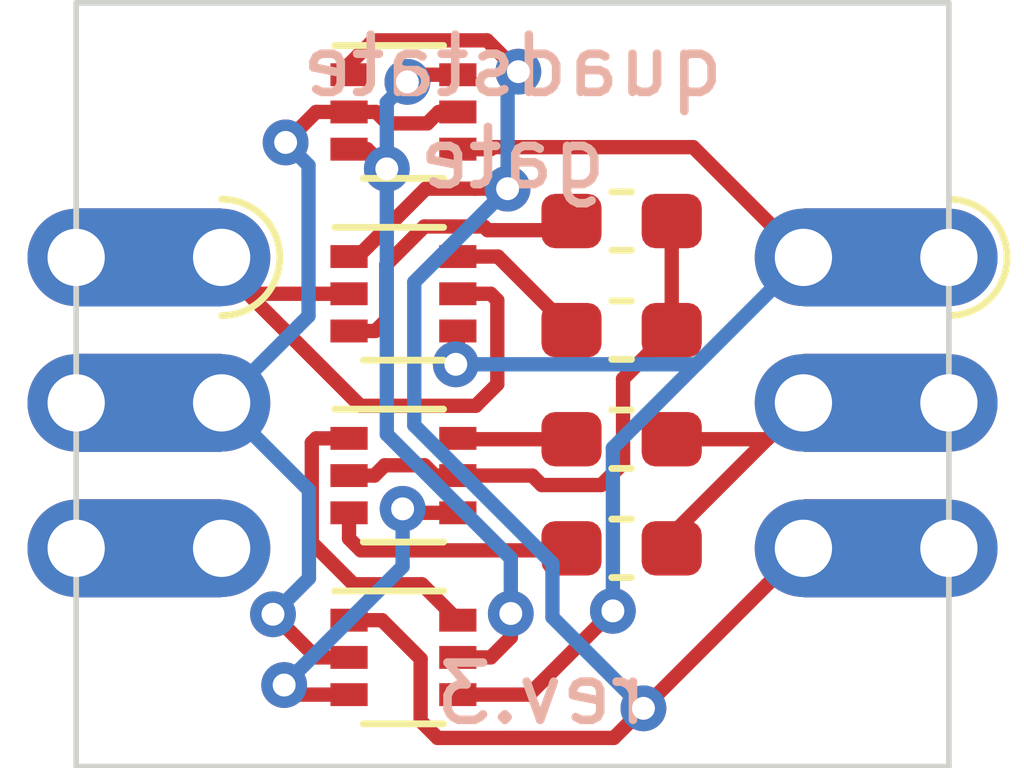
<source format=kicad_pcb>
(kicad_pcb (version 20171130) (host pcbnew 5.1.6)

  (general
    (thickness 1.6)
    (drawings 6)
    (tracks 136)
    (zones 0)
    (modules 10)
    (nets 15)
  )

  (page A4)
  (layers
    (0 F.Cu signal)
    (31 B.Cu signal)
    (32 B.Adhes user)
    (33 F.Adhes user)
    (34 B.Paste user)
    (35 F.Paste user)
    (36 B.SilkS user)
    (37 F.SilkS user)
    (38 B.Mask user)
    (39 F.Mask user)
    (40 Dwgs.User user)
    (41 Cmts.User user)
    (42 Eco1.User user)
    (43 Eco2.User user)
    (44 Edge.Cuts user)
    (45 Margin user)
    (46 B.CrtYd user)
    (47 F.CrtYd user)
    (48 B.Fab user)
    (49 F.Fab user hide)
  )

  (setup
    (last_trace_width 0.25)
    (user_trace_width 0.3)
    (trace_clearance 0.2)
    (zone_clearance 0.508)
    (zone_45_only no)
    (trace_min 0.2)
    (via_size 0.8)
    (via_drill 0.4)
    (via_min_size 0.4)
    (via_min_drill 0.3)
    (uvia_size 0.3)
    (uvia_drill 0.1)
    (uvias_allowed no)
    (uvia_min_size 0.2)
    (uvia_min_drill 0.1)
    (edge_width 0.05)
    (segment_width 0.2)
    (pcb_text_width 0.3)
    (pcb_text_size 1.5 1.5)
    (mod_edge_width 0.12)
    (mod_text_size 1 1)
    (mod_text_width 0.15)
    (pad_size 1.524 1.524)
    (pad_drill 0.762)
    (pad_to_mask_clearance 0.05)
    (aux_axis_origin 0 0)
    (visible_elements FFFFFF7F)
    (pcbplotparams
      (layerselection 0x010fc_ffffffff)
      (usegerberextensions false)
      (usegerberattributes true)
      (usegerberadvancedattributes true)
      (creategerberjobfile true)
      (excludeedgelayer true)
      (linewidth 0.100000)
      (plotframeref false)
      (viasonmask false)
      (mode 1)
      (useauxorigin false)
      (hpglpennumber 1)
      (hpglpenspeed 20)
      (hpglpendiameter 15.000000)
      (psnegative false)
      (psa4output false)
      (plotreference true)
      (plotvalue true)
      (plotinvisibletext false)
      (padsonsilk false)
      (subtractmaskfromsilk false)
      (outputformat 1)
      (mirror false)
      (drillshape 0)
      (scaleselection 1)
      (outputdirectory "../../../../pcbs/gates/quadstate/"))
  )

  (net 0 "")
  (net 1 Vss)
  (net 2 Out)
  (net 3 Gate)
  (net 4 Vdd)
  (net 5 In)
  (net 6 "Net-(Q2-Pad3)")
  (net 7 "Net-(J1-Pad3)")
  (net 8 "Net-(Q1-Pad3)")
  (net 9 "Net-(Q2-Pad6)")
  (net 10 "Net-(Q3-Pad6)")
  (net 11 "Net-(Q3-Pad3)")
  (net 12 "Net-(Q4-Pad6)")
  (net 13 "Net-(Q4-Pad2)")
  (net 14 "Net-(Q4-Pad3)")

  (net_class Default "This is the default net class."
    (clearance 0.2)
    (trace_width 0.25)
    (via_dia 0.8)
    (via_drill 0.4)
    (uvia_dia 0.3)
    (uvia_drill 0.1)
    (add_net Gate)
    (add_net In)
    (add_net "Net-(J1-Pad3)")
    (add_net "Net-(Q1-Pad3)")
    (add_net "Net-(Q2-Pad3)")
    (add_net "Net-(Q2-Pad6)")
    (add_net "Net-(Q3-Pad3)")
    (add_net "Net-(Q3-Pad6)")
    (add_net "Net-(Q4-Pad2)")
    (add_net "Net-(Q4-Pad3)")
    (add_net "Net-(Q4-Pad6)")
    (add_net Out)
    (add_net Vdd)
    (add_net Vss)
  )

  (module Castellation:Hybrid_Castellation_1x03_P2.54 (layer F.Cu) (tedit 60A116C0) (tstamp 5FF6C8AB)
    (at 120.65 73.66)
    (descr "Edge Castellation, 1x03, 2.54mm pitch, single row")
    (tags "Castellation Edge 1x03 2.54mm single row")
    (path /5FE4CB2B)
    (fp_text reference J1 (at 0 -2.54) (layer F.SilkS) hide
      (effects (font (size 1 1) (thickness 0.15)))
    )
    (fp_text value Conn_01x03 (at 0 7.85) (layer F.Fab)
      (effects (font (size 1 1) (thickness 0.15)))
    )
    (fp_line (start 2.54 -0.635) (end 2.54 6.35) (layer F.Fab) (width 0.1))
    (fp_line (start -2.54 6.35) (end -2.54 -1.27) (layer F.Fab) (width 0.1))
    (fp_line (start 1.905 -1.27) (end 2.54 -0.635) (layer F.Fab) (width 0.1))
    (fp_line (start -2.54 -1.27) (end 1.905 -1.27) (layer F.Fab) (width 0.12))
    (fp_line (start -2.54 6.35) (end 2.54 6.35) (layer F.Fab) (width 0.12))
    (fp_arc (start 1.27 0) (end 1.27 1.016) (angle -180) (layer F.SilkS) (width 0.12))
    (fp_text user %R (at 0 2.54 90) (layer F.Fab)
      (effects (font (size 1 1) (thickness 0.15)))
    )
    (pad 3 connect custom (at 0 5.08) (size 2.54 1.7145) (layers B.Cu B.Mask)
      (net 7 "Net-(J1-Pad3)") (zone_connect 0)
      (options (clearance outline) (anchor rect))
      (primitives
      ))
    (pad 2 connect custom (at 0 2.54) (size 2.54 1.7145) (layers B.Cu B.Mask)
      (net 3 Gate) (zone_connect 0)
      (options (clearance outline) (anchor rect))
      (primitives
      ))
    (pad 1 connect custom (at 0 0) (size 2.54 1.7145) (layers B.Cu B.Mask)
      (net 5 In) (zone_connect 0)
      (options (clearance outline) (anchor rect))
      (primitives
      ))
    (pad 3 connect custom (at 0 5.08) (size 2.54 1.7145) (layers F.Cu F.Mask)
      (net 7 "Net-(J1-Pad3)") (zone_connect 0)
      (options (clearance outline) (anchor rect))
      (primitives
      ))
    (pad 2 connect custom (at 0 2.54) (size 2.54 1.7145) (layers F.Cu F.Mask)
      (net 3 Gate) (zone_connect 0)
      (options (clearance outline) (anchor rect))
      (primitives
      ))
    (pad 1 connect custom (at 0 0) (size 2.54 1.7145) (layers F.Cu F.Mask)
      (net 5 In) (zone_connect 0)
      (options (clearance outline) (anchor rect))
      (primitives
      ))
    (pad 1 thru_hole oval (at 1.27 0) (size 1.7 1.7) (drill 1) (layers *.Cu *.Mask)
      (net 5 In))
    (pad 2 thru_hole oval (at 1.27 2.54) (size 1.7 1.7) (drill 1) (layers *.Cu *.Mask)
      (net 3 Gate))
    (pad 3 thru_hole oval (at 1.27 5.08) (size 1.7 1.7) (drill 1) (layers *.Cu *.Mask)
      (net 7 "Net-(J1-Pad3)"))
    (pad 3 thru_hole oval (at -1.27 5.08) (size 1.7 1.7) (drill 1) (layers *.Cu *.Mask)
      (net 7 "Net-(J1-Pad3)"))
    (pad 2 thru_hole oval (at -1.27 2.54) (size 1.7 1.7) (drill 1) (layers *.Cu *.Mask)
      (net 3 Gate))
    (pad 1 thru_hole oval (at -1.27 0) (size 1.7 1.7) (drill 1) (layers *.Cu *.Mask)
      (net 5 In))
  )

  (module Castellation:Hybrid_Castellation_1x03_P2.54 (layer F.Cu) (tedit 60A116C0) (tstamp 5FF6C8B9)
    (at 133.35 73.66)
    (descr "Edge Castellation, 1x03, 2.54mm pitch, single row")
    (tags "Castellation Edge 1x03 2.54mm single row")
    (path /5FE4F012)
    (fp_text reference J2 (at 0 -2.54) (layer F.SilkS) hide
      (effects (font (size 1 1) (thickness 0.15)))
    )
    (fp_text value Conn_01x03 (at 0 7.85) (layer F.Fab)
      (effects (font (size 1 1) (thickness 0.15)))
    )
    (fp_line (start 2.54 -0.635) (end 2.54 6.35) (layer F.Fab) (width 0.1))
    (fp_line (start -2.54 6.35) (end -2.54 -1.27) (layer F.Fab) (width 0.1))
    (fp_line (start 1.905 -1.27) (end 2.54 -0.635) (layer F.Fab) (width 0.1))
    (fp_line (start -2.54 -1.27) (end 1.905 -1.27) (layer F.Fab) (width 0.12))
    (fp_line (start -2.54 6.35) (end 2.54 6.35) (layer F.Fab) (width 0.12))
    (fp_arc (start 1.27 0) (end 1.27 1.016) (angle -180) (layer F.SilkS) (width 0.12))
    (fp_text user %R (at 0 2.54 90) (layer F.Fab)
      (effects (font (size 1 1) (thickness 0.15)))
    )
    (pad 3 connect custom (at 0 5.08) (size 2.54 1.7145) (layers B.Cu B.Mask)
      (net 1 Vss) (zone_connect 0)
      (options (clearance outline) (anchor rect))
      (primitives
      ))
    (pad 2 connect custom (at 0 2.54) (size 2.54 1.7145) (layers B.Cu B.Mask)
      (net 2 Out) (zone_connect 0)
      (options (clearance outline) (anchor rect))
      (primitives
      ))
    (pad 1 connect custom (at 0 0) (size 2.54 1.7145) (layers B.Cu B.Mask)
      (net 4 Vdd) (zone_connect 0)
      (options (clearance outline) (anchor rect))
      (primitives
      ))
    (pad 3 connect custom (at 0 5.08) (size 2.54 1.7145) (layers F.Cu F.Mask)
      (net 1 Vss) (zone_connect 0)
      (options (clearance outline) (anchor rect))
      (primitives
      ))
    (pad 2 connect custom (at 0 2.54) (size 2.54 1.7145) (layers F.Cu F.Mask)
      (net 2 Out) (zone_connect 0)
      (options (clearance outline) (anchor rect))
      (primitives
      ))
    (pad 1 connect custom (at 0 0) (size 2.54 1.7145) (layers F.Cu F.Mask)
      (net 4 Vdd) (zone_connect 0)
      (options (clearance outline) (anchor rect))
      (primitives
      ))
    (pad 1 thru_hole oval (at 1.27 0) (size 1.7 1.7) (drill 1) (layers *.Cu *.Mask)
      (net 4 Vdd))
    (pad 2 thru_hole oval (at 1.27 2.54) (size 1.7 1.7) (drill 1) (layers *.Cu *.Mask)
      (net 2 Out))
    (pad 3 thru_hole oval (at 1.27 5.08) (size 1.7 1.7) (drill 1) (layers *.Cu *.Mask)
      (net 1 Vss))
    (pad 3 thru_hole oval (at -1.27 5.08) (size 1.7 1.7) (drill 1) (layers *.Cu *.Mask)
      (net 1 Vss))
    (pad 2 thru_hole oval (at -1.27 2.54) (size 1.7 1.7) (drill 1) (layers *.Cu *.Mask)
      (net 2 Out))
    (pad 1 thru_hole oval (at -1.27 0) (size 1.7 1.7) (drill 1) (layers *.Cu *.Mask)
      (net 4 Vdd))
  )

  (module Resistor_SMD:R_0603_1608Metric_Pad1.05x0.95mm_HandSolder (layer F.Cu) (tedit 5B301BBD) (tstamp 5FF6C955)
    (at 128.905 76.835 180)
    (descr "Resistor SMD 0603 (1608 Metric), square (rectangular) end terminal, IPC_7351 nominal with elongated pad for handsoldering. (Body size source: http://www.tortai-tech.com/upload/download/2011102023233369053.pdf), generated with kicad-footprint-generator")
    (tags "resistor handsolder")
    (path /6005865C)
    (attr smd)
    (fp_text reference R4 (at 0 -1.43) (layer F.SilkS) hide
      (effects (font (size 1 1) (thickness 0.15)))
    )
    (fp_text value 12k (at 0 1.43) (layer F.Fab)
      (effects (font (size 1 1) (thickness 0.15)))
    )
    (fp_line (start 1.65 0.73) (end -1.65 0.73) (layer F.CrtYd) (width 0.05))
    (fp_line (start 1.65 -0.73) (end 1.65 0.73) (layer F.CrtYd) (width 0.05))
    (fp_line (start -1.65 -0.73) (end 1.65 -0.73) (layer F.CrtYd) (width 0.05))
    (fp_line (start -1.65 0.73) (end -1.65 -0.73) (layer F.CrtYd) (width 0.05))
    (fp_line (start -0.171267 0.51) (end 0.171267 0.51) (layer F.SilkS) (width 0.12))
    (fp_line (start -0.171267 -0.51) (end 0.171267 -0.51) (layer F.SilkS) (width 0.12))
    (fp_line (start 0.8 0.4) (end -0.8 0.4) (layer F.Fab) (width 0.1))
    (fp_line (start 0.8 -0.4) (end 0.8 0.4) (layer F.Fab) (width 0.1))
    (fp_line (start -0.8 -0.4) (end 0.8 -0.4) (layer F.Fab) (width 0.1))
    (fp_line (start -0.8 0.4) (end -0.8 -0.4) (layer F.Fab) (width 0.1))
    (fp_text user %R (at 0 0) (layer F.Fab)
      (effects (font (size 0.4 0.4) (thickness 0.06)))
    )
    (pad 1 smd roundrect (at -0.875 0 180) (size 1.05 0.95) (layers F.Cu F.Paste F.Mask) (roundrect_rratio 0.25)
      (net 2 Out))
    (pad 2 smd roundrect (at 0.875 0 180) (size 1.05 0.95) (layers F.Cu F.Paste F.Mask) (roundrect_rratio 0.25)
      (net 12 "Net-(Q4-Pad6)"))
    (model ${KISYS3DMOD}/Resistor_SMD.3dshapes/R_0603_1608Metric.wrl
      (at (xyz 0 0 0))
      (scale (xyz 1 1 1))
      (rotate (xyz 0 0 0))
    )
  )

  (module Resistor_SMD:R_0603_1608Metric_Pad1.05x0.95mm_HandSolder (layer F.Cu) (tedit 5B301BBD) (tstamp 5FF6C944)
    (at 128.905 78.74)
    (descr "Resistor SMD 0603 (1608 Metric), square (rectangular) end terminal, IPC_7351 nominal with elongated pad for handsoldering. (Body size source: http://www.tortai-tech.com/upload/download/2011102023233369053.pdf), generated with kicad-footprint-generator")
    (tags "resistor handsolder")
    (path /60057D95)
    (attr smd)
    (fp_text reference R3 (at 0 -1.43) (layer F.SilkS) hide
      (effects (font (size 1 1) (thickness 0.15)))
    )
    (fp_text value 12k (at 0 1.43) (layer F.Fab)
      (effects (font (size 1 1) (thickness 0.15)))
    )
    (fp_line (start 1.65 0.73) (end -1.65 0.73) (layer F.CrtYd) (width 0.05))
    (fp_line (start 1.65 -0.73) (end 1.65 0.73) (layer F.CrtYd) (width 0.05))
    (fp_line (start -1.65 -0.73) (end 1.65 -0.73) (layer F.CrtYd) (width 0.05))
    (fp_line (start -1.65 0.73) (end -1.65 -0.73) (layer F.CrtYd) (width 0.05))
    (fp_line (start -0.171267 0.51) (end 0.171267 0.51) (layer F.SilkS) (width 0.12))
    (fp_line (start -0.171267 -0.51) (end 0.171267 -0.51) (layer F.SilkS) (width 0.12))
    (fp_line (start 0.8 0.4) (end -0.8 0.4) (layer F.Fab) (width 0.1))
    (fp_line (start 0.8 -0.4) (end 0.8 0.4) (layer F.Fab) (width 0.1))
    (fp_line (start -0.8 -0.4) (end 0.8 -0.4) (layer F.Fab) (width 0.1))
    (fp_line (start -0.8 0.4) (end -0.8 -0.4) (layer F.Fab) (width 0.1))
    (fp_text user %R (at 0 0) (layer F.Fab)
      (effects (font (size 0.4 0.4) (thickness 0.06)))
    )
    (pad 1 smd roundrect (at -0.875 0) (size 1.05 0.95) (layers F.Cu F.Paste F.Mask) (roundrect_rratio 0.25)
      (net 14 "Net-(Q4-Pad3)"))
    (pad 2 smd roundrect (at 0.875 0) (size 1.05 0.95) (layers F.Cu F.Paste F.Mask) (roundrect_rratio 0.25)
      (net 2 Out))
    (model ${KISYS3DMOD}/Resistor_SMD.3dshapes/R_0603_1608Metric.wrl
      (at (xyz 0 0 0))
      (scale (xyz 1 1 1))
      (rotate (xyz 0 0 0))
    )
  )

  (module Resistor_SMD:R_0603_1608Metric_Pad1.05x0.95mm_HandSolder (layer F.Cu) (tedit 5B301BBD) (tstamp 5FF6C933)
    (at 128.905 74.93 180)
    (descr "Resistor SMD 0603 (1608 Metric), square (rectangular) end terminal, IPC_7351 nominal with elongated pad for handsoldering. (Body size source: http://www.tortai-tech.com/upload/download/2011102023233369053.pdf), generated with kicad-footprint-generator")
    (tags "resistor handsolder")
    (path /60061392)
    (attr smd)
    (fp_text reference R2 (at 0 -1.43) (layer F.SilkS) hide
      (effects (font (size 1 1) (thickness 0.15)))
    )
    (fp_text value 12k (at 0 1.43) (layer F.Fab)
      (effects (font (size 1 1) (thickness 0.15)))
    )
    (fp_line (start 1.65 0.73) (end -1.65 0.73) (layer F.CrtYd) (width 0.05))
    (fp_line (start 1.65 -0.73) (end 1.65 0.73) (layer F.CrtYd) (width 0.05))
    (fp_line (start -1.65 -0.73) (end 1.65 -0.73) (layer F.CrtYd) (width 0.05))
    (fp_line (start -1.65 0.73) (end -1.65 -0.73) (layer F.CrtYd) (width 0.05))
    (fp_line (start -0.171267 0.51) (end 0.171267 0.51) (layer F.SilkS) (width 0.12))
    (fp_line (start -0.171267 -0.51) (end 0.171267 -0.51) (layer F.SilkS) (width 0.12))
    (fp_line (start 0.8 0.4) (end -0.8 0.4) (layer F.Fab) (width 0.1))
    (fp_line (start 0.8 -0.4) (end 0.8 0.4) (layer F.Fab) (width 0.1))
    (fp_line (start -0.8 -0.4) (end 0.8 -0.4) (layer F.Fab) (width 0.1))
    (fp_line (start -0.8 0.4) (end -0.8 -0.4) (layer F.Fab) (width 0.1))
    (fp_text user %R (at 0 0) (layer F.Fab)
      (effects (font (size 0.4 0.4) (thickness 0.06)))
    )
    (pad 1 smd roundrect (at -0.875 0 180) (size 1.05 0.95) (layers F.Cu F.Paste F.Mask) (roundrect_rratio 0.25)
      (net 13 "Net-(Q4-Pad2)"))
    (pad 2 smd roundrect (at 0.875 0 180) (size 1.05 0.95) (layers F.Cu F.Paste F.Mask) (roundrect_rratio 0.25)
      (net 10 "Net-(Q3-Pad6)"))
    (model ${KISYS3DMOD}/Resistor_SMD.3dshapes/R_0603_1608Metric.wrl
      (at (xyz 0 0 0))
      (scale (xyz 1 1 1))
      (rotate (xyz 0 0 0))
    )
  )

  (module Resistor_SMD:R_0603_1608Metric_Pad1.05x0.95mm_HandSolder (layer F.Cu) (tedit 5B301BBD) (tstamp 5FF6C922)
    (at 128.905 73.025)
    (descr "Resistor SMD 0603 (1608 Metric), square (rectangular) end terminal, IPC_7351 nominal with elongated pad for handsoldering. (Body size source: http://www.tortai-tech.com/upload/download/2011102023233369053.pdf), generated with kicad-footprint-generator")
    (tags "resistor handsolder")
    (path /6006138C)
    (attr smd)
    (fp_text reference R1 (at 0 -1.43) (layer F.SilkS) hide
      (effects (font (size 1 1) (thickness 0.15)))
    )
    (fp_text value 12k (at 0 1.43) (layer F.Fab)
      (effects (font (size 1 1) (thickness 0.15)))
    )
    (fp_line (start 1.65 0.73) (end -1.65 0.73) (layer F.CrtYd) (width 0.05))
    (fp_line (start 1.65 -0.73) (end 1.65 0.73) (layer F.CrtYd) (width 0.05))
    (fp_line (start -1.65 -0.73) (end 1.65 -0.73) (layer F.CrtYd) (width 0.05))
    (fp_line (start -1.65 0.73) (end -1.65 -0.73) (layer F.CrtYd) (width 0.05))
    (fp_line (start -0.171267 0.51) (end 0.171267 0.51) (layer F.SilkS) (width 0.12))
    (fp_line (start -0.171267 -0.51) (end 0.171267 -0.51) (layer F.SilkS) (width 0.12))
    (fp_line (start 0.8 0.4) (end -0.8 0.4) (layer F.Fab) (width 0.1))
    (fp_line (start 0.8 -0.4) (end 0.8 0.4) (layer F.Fab) (width 0.1))
    (fp_line (start -0.8 -0.4) (end 0.8 -0.4) (layer F.Fab) (width 0.1))
    (fp_line (start -0.8 0.4) (end -0.8 -0.4) (layer F.Fab) (width 0.1))
    (fp_text user %R (at 0 0) (layer F.Fab)
      (effects (font (size 0.4 0.4) (thickness 0.06)))
    )
    (pad 1 smd roundrect (at -0.875 0) (size 1.05 0.95) (layers F.Cu F.Paste F.Mask) (roundrect_rratio 0.25)
      (net 11 "Net-(Q3-Pad3)"))
    (pad 2 smd roundrect (at 0.875 0) (size 1.05 0.95) (layers F.Cu F.Paste F.Mask) (roundrect_rratio 0.25)
      (net 13 "Net-(Q4-Pad2)"))
    (model ${KISYS3DMOD}/Resistor_SMD.3dshapes/R_0603_1608Metric.wrl
      (at (xyz 0 0 0))
      (scale (xyz 1 1 1))
      (rotate (xyz 0 0 0))
    )
  )

  (module Package_TO_SOT_SMD:SOT-363_SC-70-6 (layer F.Cu) (tedit 5A02FF57) (tstamp 5FF6C911)
    (at 125.095 77.47)
    (descr "SOT-363, SC-70-6")
    (tags "SOT-363 SC-70-6")
    (path /60053C82)
    (attr smd)
    (fp_text reference Q4 (at 0 -2) (layer F.SilkS) hide
      (effects (font (size 1 1) (thickness 0.15)))
    )
    (fp_text value BSS8402DW (at 0 2 180) (layer F.Fab)
      (effects (font (size 1 1) (thickness 0.15)))
    )
    (fp_line (start -0.175 -1.1) (end -0.675 -0.6) (layer F.Fab) (width 0.1))
    (fp_line (start 0.675 1.1) (end -0.675 1.1) (layer F.Fab) (width 0.1))
    (fp_line (start 0.675 -1.1) (end 0.675 1.1) (layer F.Fab) (width 0.1))
    (fp_line (start -1.6 1.4) (end 1.6 1.4) (layer F.CrtYd) (width 0.05))
    (fp_line (start -0.675 -0.6) (end -0.675 1.1) (layer F.Fab) (width 0.1))
    (fp_line (start 0.675 -1.1) (end -0.175 -1.1) (layer F.Fab) (width 0.1))
    (fp_line (start -1.6 -1.4) (end 1.6 -1.4) (layer F.CrtYd) (width 0.05))
    (fp_line (start -1.6 -1.4) (end -1.6 1.4) (layer F.CrtYd) (width 0.05))
    (fp_line (start 1.6 1.4) (end 1.6 -1.4) (layer F.CrtYd) (width 0.05))
    (fp_line (start -0.7 1.16) (end 0.7 1.16) (layer F.SilkS) (width 0.12))
    (fp_line (start 0.7 -1.16) (end -1.2 -1.16) (layer F.SilkS) (width 0.12))
    (fp_text user %R (at 0 0 90) (layer F.Fab)
      (effects (font (size 0.5 0.5) (thickness 0.075)))
    )
    (pad 1 smd rect (at -0.95 -0.65) (size 0.65 0.4) (layers F.Cu F.Paste F.Mask)
      (net 9 "Net-(Q2-Pad6)"))
    (pad 3 smd rect (at -0.95 0.65) (size 0.65 0.4) (layers F.Cu F.Paste F.Mask)
      (net 14 "Net-(Q4-Pad3)"))
    (pad 5 smd rect (at 0.95 0) (size 0.65 0.4) (layers F.Cu F.Paste F.Mask)
      (net 13 "Net-(Q4-Pad2)"))
    (pad 2 smd rect (at -0.95 0) (size 0.65 0.4) (layers F.Cu F.Paste F.Mask)
      (net 13 "Net-(Q4-Pad2)"))
    (pad 4 smd rect (at 0.95 0.65) (size 0.65 0.4) (layers F.Cu F.Paste F.Mask)
      (net 6 "Net-(Q2-Pad3)"))
    (pad 6 smd rect (at 0.95 -0.65) (size 0.65 0.4) (layers F.Cu F.Paste F.Mask)
      (net 12 "Net-(Q4-Pad6)"))
    (model ${KISYS3DMOD}/Package_TO_SOT_SMD.3dshapes/SOT-363_SC-70-6.wrl
      (at (xyz 0 0 0))
      (scale (xyz 1 1 1))
      (rotate (xyz 0 0 0))
    )
  )

  (module Package_TO_SOT_SMD:SOT-363_SC-70-6 (layer F.Cu) (tedit 5A02FF57) (tstamp 5FF6C8FB)
    (at 125.095 74.295)
    (descr "SOT-363, SC-70-6")
    (tags "SOT-363 SC-70-6")
    (path /60061383)
    (attr smd)
    (fp_text reference Q3 (at 0 -2) (layer F.SilkS) hide
      (effects (font (size 1 1) (thickness 0.15)))
    )
    (fp_text value BSS8402DW (at 0 2 180) (layer F.Fab)
      (effects (font (size 1 1) (thickness 0.15)))
    )
    (fp_line (start -0.175 -1.1) (end -0.675 -0.6) (layer F.Fab) (width 0.1))
    (fp_line (start 0.675 1.1) (end -0.675 1.1) (layer F.Fab) (width 0.1))
    (fp_line (start 0.675 -1.1) (end 0.675 1.1) (layer F.Fab) (width 0.1))
    (fp_line (start -1.6 1.4) (end 1.6 1.4) (layer F.CrtYd) (width 0.05))
    (fp_line (start -0.675 -0.6) (end -0.675 1.1) (layer F.Fab) (width 0.1))
    (fp_line (start 0.675 -1.1) (end -0.175 -1.1) (layer F.Fab) (width 0.1))
    (fp_line (start -1.6 -1.4) (end 1.6 -1.4) (layer F.CrtYd) (width 0.05))
    (fp_line (start -1.6 -1.4) (end -1.6 1.4) (layer F.CrtYd) (width 0.05))
    (fp_line (start 1.6 1.4) (end 1.6 -1.4) (layer F.CrtYd) (width 0.05))
    (fp_line (start -0.7 1.16) (end 0.7 1.16) (layer F.SilkS) (width 0.12))
    (fp_line (start 0.7 -1.16) (end -1.2 -1.16) (layer F.SilkS) (width 0.12))
    (fp_text user %R (at 0 0 90) (layer F.Fab)
      (effects (font (size 0.5 0.5) (thickness 0.075)))
    )
    (pad 1 smd rect (at -0.95 -0.65) (size 0.65 0.4) (layers F.Cu F.Paste F.Mask)
      (net 1 Vss))
    (pad 3 smd rect (at -0.95 0.65) (size 0.65 0.4) (layers F.Cu F.Paste F.Mask)
      (net 11 "Net-(Q3-Pad3)"))
    (pad 5 smd rect (at 0.95 0) (size 0.65 0.4) (layers F.Cu F.Paste F.Mask)
      (net 5 In))
    (pad 2 smd rect (at -0.95 0) (size 0.65 0.4) (layers F.Cu F.Paste F.Mask)
      (net 5 In))
    (pad 4 smd rect (at 0.95 0.65) (size 0.65 0.4) (layers F.Cu F.Paste F.Mask)
      (net 4 Vdd))
    (pad 6 smd rect (at 0.95 -0.65) (size 0.65 0.4) (layers F.Cu F.Paste F.Mask)
      (net 10 "Net-(Q3-Pad6)"))
    (model ${KISYS3DMOD}/Package_TO_SOT_SMD.3dshapes/SOT-363_SC-70-6.wrl
      (at (xyz 0 0 0))
      (scale (xyz 1 1 1))
      (rotate (xyz 0 0 0))
    )
  )

  (module Package_TO_SOT_SMD:SOT-363_SC-70-6 (layer F.Cu) (tedit 5A02FF57) (tstamp 5FF6C8E5)
    (at 125.095 80.645)
    (descr "SOT-363, SC-70-6")
    (tags "SOT-363 SC-70-6")
    (path /6007B366)
    (attr smd)
    (fp_text reference Q2 (at 0 -2) (layer F.SilkS) hide
      (effects (font (size 1 1) (thickness 0.15)))
    )
    (fp_text value BSS8402DW (at 0 2 180) (layer F.Fab)
      (effects (font (size 1 1) (thickness 0.15)))
    )
    (fp_line (start -0.175 -1.1) (end -0.675 -0.6) (layer F.Fab) (width 0.1))
    (fp_line (start 0.675 1.1) (end -0.675 1.1) (layer F.Fab) (width 0.1))
    (fp_line (start 0.675 -1.1) (end 0.675 1.1) (layer F.Fab) (width 0.1))
    (fp_line (start -1.6 1.4) (end 1.6 1.4) (layer F.CrtYd) (width 0.05))
    (fp_line (start -0.675 -0.6) (end -0.675 1.1) (layer F.Fab) (width 0.1))
    (fp_line (start 0.675 -1.1) (end -0.175 -1.1) (layer F.Fab) (width 0.1))
    (fp_line (start -1.6 -1.4) (end 1.6 -1.4) (layer F.CrtYd) (width 0.05))
    (fp_line (start -1.6 -1.4) (end -1.6 1.4) (layer F.CrtYd) (width 0.05))
    (fp_line (start 1.6 1.4) (end 1.6 -1.4) (layer F.CrtYd) (width 0.05))
    (fp_line (start -0.7 1.16) (end 0.7 1.16) (layer F.SilkS) (width 0.12))
    (fp_line (start 0.7 -1.16) (end -1.2 -1.16) (layer F.SilkS) (width 0.12))
    (fp_text user %R (at 0 0 90) (layer F.Fab)
      (effects (font (size 0.5 0.5) (thickness 0.075)))
    )
    (pad 1 smd rect (at -0.95 -0.65) (size 0.65 0.4) (layers F.Cu F.Paste F.Mask)
      (net 1 Vss))
    (pad 3 smd rect (at -0.95 0.65) (size 0.65 0.4) (layers F.Cu F.Paste F.Mask)
      (net 6 "Net-(Q2-Pad3)"))
    (pad 5 smd rect (at 0.95 0) (size 0.65 0.4) (layers F.Cu F.Paste F.Mask)
      (net 8 "Net-(Q1-Pad3)"))
    (pad 2 smd rect (at -0.95 0) (size 0.65 0.4) (layers F.Cu F.Paste F.Mask)
      (net 3 Gate))
    (pad 4 smd rect (at 0.95 0.65) (size 0.65 0.4) (layers F.Cu F.Paste F.Mask)
      (net 4 Vdd))
    (pad 6 smd rect (at 0.95 -0.65) (size 0.65 0.4) (layers F.Cu F.Paste F.Mask)
      (net 9 "Net-(Q2-Pad6)"))
    (model ${KISYS3DMOD}/Package_TO_SOT_SMD.3dshapes/SOT-363_SC-70-6.wrl
      (at (xyz 0 0 0))
      (scale (xyz 1 1 1))
      (rotate (xyz 0 0 0))
    )
  )

  (module Package_TO_SOT_SMD:SOT-363_SC-70-6 (layer F.Cu) (tedit 5A02FF57) (tstamp 5FF6C8CF)
    (at 125.095 71.12)
    (descr "SOT-363, SC-70-6")
    (tags "SOT-363 SC-70-6")
    (path /60069564)
    (attr smd)
    (fp_text reference Q1 (at 0 -2) (layer F.SilkS) hide
      (effects (font (size 1 1) (thickness 0.15)))
    )
    (fp_text value BSS8402DW (at 0 2 180) (layer F.Fab)
      (effects (font (size 1 1) (thickness 0.15)))
    )
    (fp_line (start -0.175 -1.1) (end -0.675 -0.6) (layer F.Fab) (width 0.1))
    (fp_line (start 0.675 1.1) (end -0.675 1.1) (layer F.Fab) (width 0.1))
    (fp_line (start 0.675 -1.1) (end 0.675 1.1) (layer F.Fab) (width 0.1))
    (fp_line (start -1.6 1.4) (end 1.6 1.4) (layer F.CrtYd) (width 0.05))
    (fp_line (start -0.675 -0.6) (end -0.675 1.1) (layer F.Fab) (width 0.1))
    (fp_line (start 0.675 -1.1) (end -0.175 -1.1) (layer F.Fab) (width 0.1))
    (fp_line (start -1.6 -1.4) (end 1.6 -1.4) (layer F.CrtYd) (width 0.05))
    (fp_line (start -1.6 -1.4) (end -1.6 1.4) (layer F.CrtYd) (width 0.05))
    (fp_line (start 1.6 1.4) (end 1.6 -1.4) (layer F.CrtYd) (width 0.05))
    (fp_line (start -0.7 1.16) (end 0.7 1.16) (layer F.SilkS) (width 0.12))
    (fp_line (start 0.7 -1.16) (end -1.2 -1.16) (layer F.SilkS) (width 0.12))
    (fp_text user %R (at 0 0 90) (layer F.Fab)
      (effects (font (size 0.5 0.5) (thickness 0.075)))
    )
    (pad 1 smd rect (at -0.95 -0.65) (size 0.65 0.4) (layers F.Cu F.Paste F.Mask)
      (net 1 Vss))
    (pad 3 smd rect (at -0.95 0.65) (size 0.65 0.4) (layers F.Cu F.Paste F.Mask)
      (net 8 "Net-(Q1-Pad3)"))
    (pad 5 smd rect (at 0.95 0) (size 0.65 0.4) (layers F.Cu F.Paste F.Mask)
      (net 3 Gate))
    (pad 2 smd rect (at -0.95 0) (size 0.65 0.4) (layers F.Cu F.Paste F.Mask)
      (net 3 Gate))
    (pad 4 smd rect (at 0.95 0.65) (size 0.65 0.4) (layers F.Cu F.Paste F.Mask)
      (net 4 Vdd))
    (pad 6 smd rect (at 0.95 -0.65) (size 0.65 0.4) (layers F.Cu F.Paste F.Mask)
      (net 8 "Net-(Q1-Pad3)"))
    (model ${KISYS3DMOD}/Package_TO_SOT_SMD.3dshapes/SOT-363_SC-70-6.wrl
      (at (xyz 0 0 0))
      (scale (xyz 1 1 1))
      (rotate (xyz 0 0 0))
    )
  )

  (gr_line (start 134.62 69.215) (end 134.62 82.55) (layer Edge.Cuts) (width 0.1))
  (gr_line (start 119.38 69.215) (end 134.62 69.215) (layer Edge.Cuts) (width 0.1))
  (gr_line (start 119.38 82.55) (end 119.38 69.215) (layer Edge.Cuts) (width 0.1))
  (gr_line (start 134.62 82.55) (end 119.38 82.55) (layer Edge.Cuts) (width 0.1))
  (gr_text rev.3 (at 127.508 81.28) (layer B.SilkS)
    (effects (font (size 1 1) (thickness 0.15)) (justify mirror))
  )
  (gr_text "quadstate\ngate" (at 127 71.12) (layer B.SilkS)
    (effects (font (size 1 1) (thickness 0.15)) (justify mirror))
  )

  (segment (start 124.298587 73.645) (end 125.477387 72.4662) (width 0.25) (layer F.Cu) (net 1))
  (segment (start 124.145 73.645) (end 124.298587 73.645) (width 0.25) (layer F.Cu) (net 1))
  (segment (start 126.348542 72.460037) (end 126.914227 72.460037) (width 0.25) (layer F.Cu) (net 1))
  (segment (start 125.48355 72.460037) (end 126.348542 72.460037) (width 0.25) (layer F.Cu) (net 1))
  (via (at 126.914227 72.460037) (size 0.8) (drill 0.4) (layers F.Cu B.Cu) (net 1))
  (segment (start 124.298587 73.645) (end 125.48355 72.460037) (width 0.25) (layer F.Cu) (net 1))
  (segment (start 126.554496 69.869494) (end 127.1016 70.416598) (width 0.25) (layer F.Cu) (net 1))
  (segment (start 124.145 70.292) (end 124.567506 69.869494) (width 0.25) (layer F.Cu) (net 1))
  (segment (start 124.567506 69.869494) (end 126.554496 69.869494) (width 0.25) (layer F.Cu) (net 1))
  (segment (start 124.145 70.47) (end 124.145 70.292) (width 0.25) (layer F.Cu) (net 1))
  (segment (start 127.1016 72.272664) (end 126.914227 72.460037) (width 0.25) (layer B.Cu) (net 1))
  (segment (start 125.394999 81.755001) (end 125.394999 80.669999) (width 0.25) (layer F.Cu) (net 1))
  (segment (start 124.72 79.995) (end 124.145 79.995) (width 0.25) (layer F.Cu) (net 1))
  (segment (start 128.768891 82.051109) (end 126.990891 82.051109) (width 0.25) (layer F.Cu) (net 1))
  (segment (start 125.691107 82.051109) (end 125.394999 81.755001) (width 0.25) (layer F.Cu) (net 1))
  (segment (start 125.394999 80.669999) (end 124.72 79.995) (width 0.25) (layer F.Cu) (net 1))
  (segment (start 132.08 78.74) (end 128.768891 82.051109) (width 0.25) (layer F.Cu) (net 1))
  (segment (start 126.990891 82.051109) (end 125.691107 82.051109) (width 0.25) (layer F.Cu) (net 1) (tstamp 5FF6F69B))
  (segment (start 125.284127 76.592327) (end 127.696909 79.005109) (width 0.25) (layer B.Cu) (net 1))
  (segment (start 126.914227 72.460037) (end 125.284127 74.090137) (width 0.25) (layer B.Cu) (net 1))
  (segment (start 125.284127 74.090137) (end 125.284127 76.592327) (width 0.25) (layer B.Cu) (net 1))
  (segment (start 127.1016 70.416598) (end 127.1016 70.416598) (width 0.25) (layer F.Cu) (net 1) (tstamp 60A11A28))
  (via (at 127.1016 70.416598) (size 0.8) (drill 0.4) (layers F.Cu B.Cu) (net 1))
  (segment (start 126.914227 70.603971) (end 127.1016 70.416598) (width 0.25) (layer B.Cu) (net 1))
  (segment (start 126.914227 72.460037) (end 126.914227 70.603971) (width 0.25) (layer B.Cu) (net 1))
  (segment (start 127.696909 79.005109) (end 127.696909 79.944909) (width 0.25) (layer B.Cu) (net 1))
  (segment (start 127.696909 79.944909) (end 129.286 81.534) (width 0.25) (layer B.Cu) (net 1))
  (segment (start 129.286 81.534) (end 129.286 81.534) (width 0.25) (layer B.Cu) (net 1) (tstamp 60A11A45))
  (via (at 129.286 81.534) (size 0.8) (drill 0.4) (layers F.Cu B.Cu) (net 1))
  (segment (start 131.445 76.835) (end 132.08 76.2) (width 0.25) (layer F.Cu) (net 2))
  (segment (start 129.78 76.835) (end 131.445 76.835) (width 0.25) (layer F.Cu) (net 2))
  (segment (start 129.78 78.5) (end 132.08 76.2) (width 0.25) (layer F.Cu) (net 2))
  (segment (start 129.78 78.74) (end 129.78 78.5) (width 0.25) (layer F.Cu) (net 2))
  (segment (start 123.19 80.265) (end 123.19 80.265) (width 0.25) (layer F.Cu) (net 3) (tstamp 5FF6F3CF))
  (segment (start 123.445139 77.725139) (end 123.445139 79.262941) (width 0.25) (layer B.Cu) (net 3))
  (segment (start 123.57 80.645) (end 122.81654 79.89154) (width 0.25) (layer F.Cu) (net 3))
  (segment (start 124.145 80.645) (end 123.57 80.645) (width 0.25) (layer F.Cu) (net 3))
  (segment (start 123.445139 79.262941) (end 122.81654 79.89154) (width 0.25) (layer B.Cu) (net 3))
  (via (at 122.81654 79.89154) (size 0.8) (drill 0.4) (layers F.Cu B.Cu) (net 3))
  (segment (start 121.92 76.2) (end 123.445139 77.725139) (width 0.25) (layer B.Cu) (net 3))
  (segment (start 123.57 71.12) (end 123.0376 71.6524) (width 0.25) (layer F.Cu) (net 3))
  (segment (start 124.145 71.12) (end 123.57 71.12) (width 0.25) (layer F.Cu) (net 3))
  (segment (start 123.0376 71.6524) (end 123.0376 71.6524) (width 0.25) (layer F.Cu) (net 3) (tstamp 5FF6F585))
  (via (at 123.0376 71.6524) (size 0.8) (drill 0.4) (layers F.Cu B.Cu) (net 3))
  (segment (start 123.437599 74.682401) (end 121.92 76.2) (width 0.25) (layer B.Cu) (net 3))
  (segment (start 123.437599 72.052399) (end 123.437599 74.682401) (width 0.25) (layer B.Cu) (net 3))
  (segment (start 123.0376 71.6524) (end 123.437599 72.052399) (width 0.25) (layer B.Cu) (net 3))
  (segment (start 124.816163 71.319506) (end 125.512167 71.319506) (width 0.25) (layer F.Cu) (net 3))
  (segment (start 125.512167 71.319506) (end 125.711673 71.12) (width 0.25) (layer F.Cu) (net 3))
  (segment (start 124.145 71.12) (end 124.616657 71.12) (width 0.25) (layer F.Cu) (net 3))
  (segment (start 124.616657 71.12) (end 124.816163 71.319506) (width 0.25) (layer F.Cu) (net 3))
  (segment (start 125.711673 71.12) (end 126.045 71.12) (width 0.25) (layer F.Cu) (net 3))
  (segment (start 130.155027 71.735027) (end 132.08 73.66) (width 0.25) (layer F.Cu) (net 4))
  (segment (start 126.654973 71.735027) (end 130.155027 71.735027) (width 0.25) (layer F.Cu) (net 4))
  (segment (start 126.62 71.77) (end 126.654973 71.735027) (width 0.25) (layer F.Cu) (net 4))
  (segment (start 126.045 71.77) (end 126.62 71.77) (width 0.25) (layer F.Cu) (net 4))
  (via (at 126.009137 75.526651) (size 0.8) (drill 0.4) (layers F.Cu B.Cu) (net 4))
  (segment (start 132.08 73.66) (end 130.213349 75.526651) (width 0.25) (layer B.Cu) (net 4))
  (segment (start 130.213349 75.526651) (end 126.009137 75.526651) (width 0.25) (layer B.Cu) (net 4))
  (segment (start 126.045 75.490788) (end 126.009137 75.526651) (width 0.25) (layer F.Cu) (net 4))
  (segment (start 126.045 74.945) (end 126.045 75.490788) (width 0.25) (layer F.Cu) (net 4))
  (segment (start 126.045 81.295) (end 127.2898 81.295) (width 0.25) (layer F.Cu) (net 4))
  (segment (start 127.2898 81.295) (end 128.7526 79.8322) (width 0.25) (layer F.Cu) (net 4))
  (segment (start 128.7526 79.8322) (end 128.7526 79.8322) (width 0.25) (layer F.Cu) (net 4) (tstamp 5FF6F6EE))
  (via (at 128.7526 79.8322) (size 0.8) (drill 0.4) (layers F.Cu B.Cu) (net 4))
  (segment (start 128.7526 76.9874) (end 132.08 73.66) (width 0.25) (layer B.Cu) (net 4))
  (segment (start 128.7526 79.8322) (end 128.7526 76.9874) (width 0.25) (layer B.Cu) (net 4))
  (segment (start 122.555 74.295) (end 124.145 74.295) (width 0.25) (layer F.Cu) (net 5))
  (segment (start 121.92 73.66) (end 122.555 74.295) (width 0.25) (layer F.Cu) (net 5))
  (segment (start 126.357138 76.251652) (end 124.34165 76.251652) (width 0.25) (layer F.Cu) (net 5))
  (segment (start 126.734138 74.409138) (end 126.734138 75.874652) (width 0.25) (layer F.Cu) (net 5))
  (segment (start 126.734138 75.874652) (end 126.357138 76.251652) (width 0.25) (layer F.Cu) (net 5))
  (segment (start 121.92 73.830002) (end 121.92 73.66) (width 0.25) (layer F.Cu) (net 5))
  (segment (start 126.62 74.295) (end 126.734138 74.409138) (width 0.25) (layer F.Cu) (net 5))
  (segment (start 124.34165 76.251652) (end 121.92 73.830002) (width 0.25) (layer F.Cu) (net 5))
  (segment (start 126.045 74.295) (end 126.62 74.295) (width 0.25) (layer F.Cu) (net 5))
  (segment (start 124.145 81.295) (end 123.1796 81.295) (width 0.25) (layer F.Cu) (net 6))
  (segment (start 123.1796 81.295) (end 123.0122 81.1276) (width 0.25) (layer F.Cu) (net 6))
  (segment (start 123.0122 81.1276) (end 123.0122 81.1276) (width 0.25) (layer F.Cu) (net 6) (tstamp 5FF6F3D1))
  (via (at 123.0122 81.1276) (size 0.8) (drill 0.4) (layers F.Cu B.Cu) (net 6))
  (segment (start 125.15007 78.12) (end 125.080751 78.050681) (width 0.25) (layer F.Cu) (net 6))
  (via (at 125.080751 78.050681) (size 0.8) (drill 0.4) (layers F.Cu B.Cu) (net 6))
  (segment (start 125.080751 79.059049) (end 125.080751 78.050681) (width 0.25) (layer B.Cu) (net 6))
  (segment (start 123.0122 81.1276) (end 125.080751 79.059049) (width 0.25) (layer B.Cu) (net 6))
  (segment (start 126.045 78.12) (end 125.15007 78.12) (width 0.25) (layer F.Cu) (net 6))
  (segment (start 124.8156 72.136) (end 124.8156 72.136) (width 0.25) (layer F.Cu) (net 8) (tstamp 5FF6F31A))
  (segment (start 126.9746 80.1878) (end 126.9746 80.1878) (width 0.25) (layer F.Cu) (net 8) (tstamp 5FF6F3A6))
  (via (at 124.804828 72.11344) (size 0.8) (drill 0.4) (layers F.Cu B.Cu) (net 8))
  (segment (start 124.145 71.77) (end 124.461388 71.77) (width 0.25) (layer F.Cu) (net 8))
  (segment (start 124.461388 71.77) (end 124.804828 72.11344) (width 0.25) (layer F.Cu) (net 8))
  (segment (start 126.045 70.47) (end 125.288669 70.47) (width 0.25) (layer F.Cu) (net 8))
  (segment (start 124.804828 70.953841) (end 125.164165 70.594504) (width 0.25) (layer B.Cu) (net 8))
  (segment (start 124.804828 72.11344) (end 124.804828 70.953841) (width 0.25) (layer B.Cu) (net 8))
  (segment (start 125.288669 70.47) (end 125.164165 70.594504) (width 0.25) (layer F.Cu) (net 8))
  (via (at 125.164165 70.594504) (size 0.8) (drill 0.4) (layers F.Cu B.Cu) (net 8))
  (segment (start 126.97 78.91461) (end 126.97 79.878281) (width 0.25) (layer B.Cu) (net 8))
  (via (at 126.97 79.878281) (size 0.8) (drill 0.4) (layers F.Cu B.Cu) (net 8))
  (segment (start 126.97 80.295) (end 126.97 79.878281) (width 0.25) (layer F.Cu) (net 8))
  (segment (start 124.804828 76.749438) (end 126.97 78.91461) (width 0.25) (layer B.Cu) (net 8))
  (segment (start 124.804828 72.11344) (end 124.804828 76.749438) (width 0.25) (layer B.Cu) (net 8))
  (segment (start 126.62 80.645) (end 126.97 80.295) (width 0.25) (layer F.Cu) (net 8))
  (segment (start 126.045 80.645) (end 126.62 80.645) (width 0.25) (layer F.Cu) (net 8))
  (segment (start 123.4948 76.8952) (end 123.57 76.82) (width 0.25) (layer F.Cu) (net 9))
  (segment (start 123.57 76.82) (end 124.145 76.82) (width 0.25) (layer F.Cu) (net 9))
  (segment (start 125.417811 79.367811) (end 124.222801 79.367811) (width 0.25) (layer F.Cu) (net 9))
  (segment (start 124.222801 79.367811) (end 123.4948 78.63981) (width 0.25) (layer F.Cu) (net 9))
  (segment (start 126.045 79.995) (end 125.417811 79.367811) (width 0.25) (layer F.Cu) (net 9))
  (segment (start 123.4948 78.63981) (end 123.4948 76.8952) (width 0.25) (layer F.Cu) (net 9))
  (segment (start 126.745 73.645) (end 126.045 73.645) (width 0.25) (layer F.Cu) (net 10))
  (segment (start 128.03 74.93) (end 126.745 73.645) (width 0.25) (layer F.Cu) (net 10))
  (segment (start 124.795001 74.755001) (end 124.795001 73.784997) (width 0.25) (layer F.Cu) (net 11))
  (segment (start 127.869961 73.185039) (end 128.03 73.025) (width 0.25) (layer F.Cu) (net 11))
  (segment (start 126.501185 73.119999) (end 126.566225 73.185039) (width 0.25) (layer F.Cu) (net 11))
  (segment (start 126.566225 73.185039) (end 127.869961 73.185039) (width 0.25) (layer F.Cu) (net 11))
  (segment (start 124.605002 74.945) (end 124.795001 74.755001) (width 0.25) (layer F.Cu) (net 11))
  (segment (start 124.145 74.945) (end 124.605002 74.945) (width 0.25) (layer F.Cu) (net 11))
  (segment (start 124.795001 73.784997) (end 125.459999 73.119999) (width 0.25) (layer F.Cu) (net 11))
  (segment (start 125.459999 73.119999) (end 126.501185 73.119999) (width 0.25) (layer F.Cu) (net 11))
  (segment (start 126.06 76.835) (end 126.045 76.82) (width 0.25) (layer F.Cu) (net 12))
  (segment (start 128.03 76.835) (end 126.06 76.835) (width 0.25) (layer F.Cu) (net 12))
  (segment (start 129.78 73.025) (end 129.78 74.93) (width 0.25) (layer F.Cu) (net 13))
  (segment (start 125.644456 77.47) (end 126.045 77.47) (width 0.25) (layer F.Cu) (net 13))
  (segment (start 124.588428 77.47) (end 124.76844 77.289988) (width 0.25) (layer F.Cu) (net 13))
  (segment (start 125.464444 77.289988) (end 125.644456 77.47) (width 0.25) (layer F.Cu) (net 13))
  (segment (start 124.145 77.47) (end 124.588428 77.47) (width 0.25) (layer F.Cu) (net 13))
  (segment (start 124.76844 77.289988) (end 125.464444 77.289988) (width 0.25) (layer F.Cu) (net 13))
  (segment (start 128.92999 75.78001) (end 129.78 74.93) (width 0.25) (layer F.Cu) (net 13))
  (segment (start 128.92999 77.25552) (end 128.92999 75.78001) (width 0.25) (layer F.Cu) (net 13))
  (segment (start 128.5505 77.63501) (end 128.92999 77.25552) (width 0.25) (layer F.Cu) (net 13))
  (segment (start 127.5095 77.63501) (end 128.5505 77.63501) (width 0.25) (layer F.Cu) (net 13))
  (segment (start 127.34449 77.47) (end 127.5095 77.63501) (width 0.25) (layer F.Cu) (net 13))
  (segment (start 126.045 77.47) (end 127.34449 77.47) (width 0.25) (layer F.Cu) (net 13))
  (segment (start 124.145 78.57) (end 124.350682 78.775682) (width 0.25) (layer F.Cu) (net 14))
  (segment (start 124.145 78.12) (end 124.145 78.57) (width 0.25) (layer F.Cu) (net 14))
  (segment (start 127.994318 78.775682) (end 128.03 78.74) (width 0.25) (layer F.Cu) (net 14))
  (segment (start 124.350682 78.775682) (end 127.994318 78.775682) (width 0.25) (layer F.Cu) (net 14))

)

</source>
